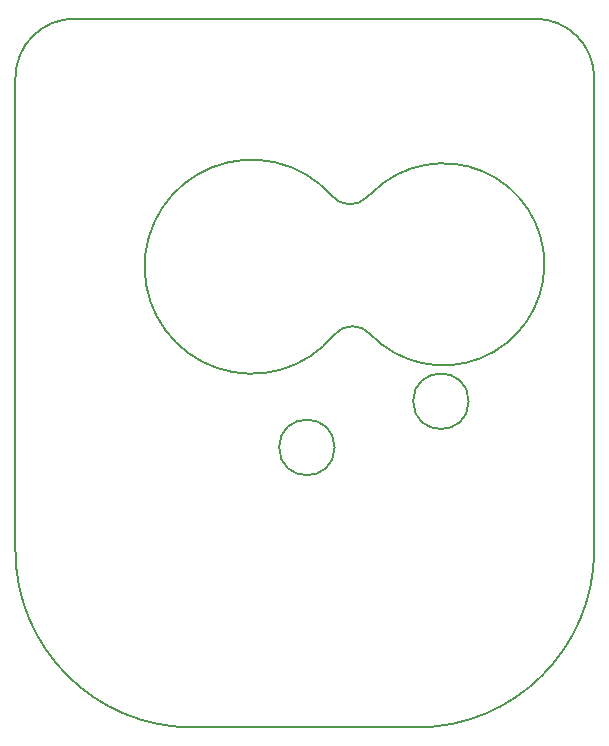
<source format=gbr>
G04 #@! TF.GenerationSoftware,KiCad,Pcbnew,8.0.4+dfsg-1*
G04 #@! TF.CreationDate,2024-08-05T10:00:30-04:00*
G04 #@! TF.ProjectId,Daughterboard,44617567-6874-4657-9262-6f6172642e6b,rev?*
G04 #@! TF.SameCoordinates,Original*
G04 #@! TF.FileFunction,Profile,NP*
%FSLAX46Y46*%
G04 Gerber Fmt 4.6, Leading zero omitted, Abs format (unit mm)*
G04 Created by KiCad (PCBNEW 8.0.4+dfsg-1) date 2024-08-05 10:00:30*
%MOMM*%
%LPD*%
G01*
G04 APERTURE LIST*
G04 #@! TA.AperFunction,Profile*
%ADD10C,0.150000*%
G04 #@! TD*
G04 APERTURE END LIST*
D10*
X159775000Y-94100000D02*
G75*
G02*
X156745900Y-93948530I-1449400J1378600D01*
G01*
X157028000Y-115301000D02*
G75*
G02*
X152328000Y-115301000I-2350000J0D01*
G01*
X152328000Y-115301000D02*
G75*
G02*
X157028000Y-115301000I2350000J0D01*
G01*
X168374000Y-111394000D02*
G75*
G02*
X163674000Y-111394000I-2350000J0D01*
G01*
X163674000Y-111394000D02*
G75*
G02*
X168374000Y-111394000I2350000J0D01*
G01*
X156999999Y-105755654D02*
G75*
G02*
X160091527Y-105758227I1544701J-1278546D01*
G01*
X130000000Y-124000000D02*
X130000000Y-84000000D01*
X179000000Y-84000000D02*
X179000000Y-124000000D01*
X130000000Y-84000000D02*
G75*
G02*
X135000000Y-79000000I5000000J0D01*
G01*
X159775000Y-94100000D02*
X160250001Y-93675001D01*
X135000000Y-79000000D02*
X174000000Y-79000000D01*
X164000000Y-139000000D02*
X145000000Y-139000000D01*
X156999999Y-105755654D02*
G75*
G02*
X156745904Y-93948527I-6999999J5755654D01*
G01*
X145000000Y-139000000D02*
G75*
G02*
X130000000Y-124000000I0J15000000D01*
G01*
X174000000Y-79000000D02*
G75*
G02*
X179000000Y-84000000I0J-5000000D01*
G01*
X179000000Y-124000000D02*
G75*
G02*
X164000000Y-139000000I-15000000J0D01*
G01*
X160250001Y-93675001D02*
G75*
G02*
X160091574Y-105758188I5976999J-6120999D01*
G01*
M02*

</source>
